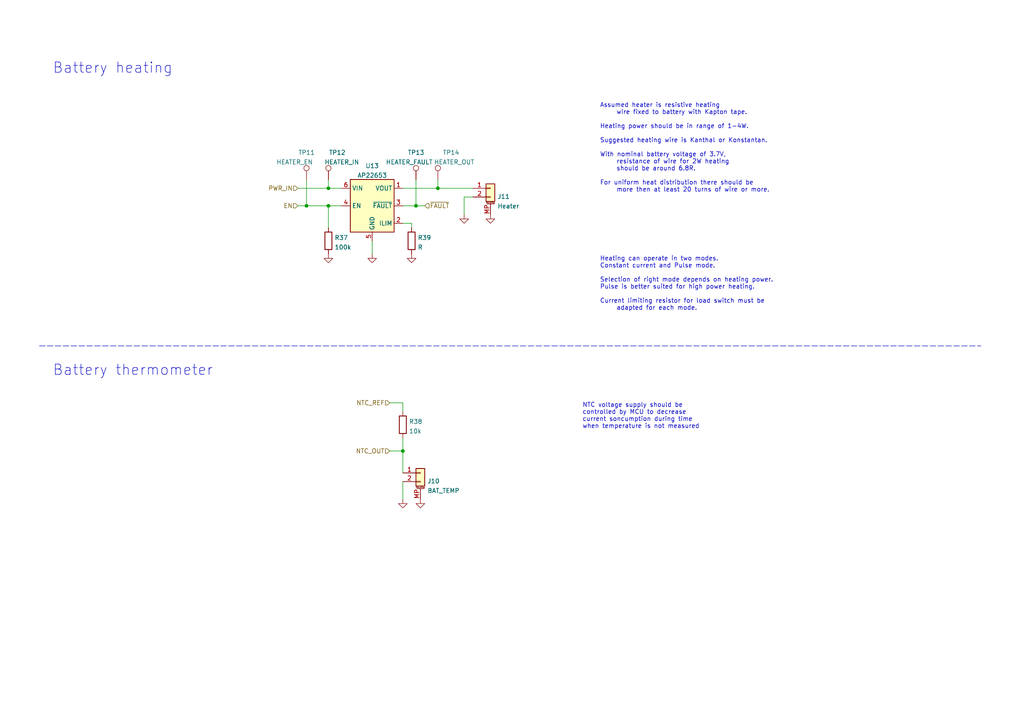
<source format=kicad_sch>
(kicad_sch (version 20210621) (generator eeschema)
  (paper "A4")
  (title_block (title "BUTCube - EPS") (date "2021-06-01") (rev "v1.0") (company "VUT - FIT(STRaDe) & FME(IAE & IPE)") (comment 1 "Author: Petr Malaník"))
  (lib_symbols
    (symbol "Connector:TestPoint" (pin_numbers hide) (pin_names (offset 0.762) hide)
      (property "Reference" "TP" (at 0 6.858 0))
      (property "Value" "TestPoint" (at 0 5.08 0))
      (symbol "TestPoint_0_1"
        (circle (center 0 3.302) (radius 0.762))
      )
      (symbol "TestPoint_1_1"
        (pin passive line (at 0 0 90) (length 2.54) (name "1") (number "1"))
      )
    )
    (symbol "Connector_Generic_MountingPin:Conn_01x02_MountingPin" (pin_names (offset 1.016) hide)
      (property "Reference" "J" (at 0 2.54 0))
      (property "Value" "Conn_01x02_MountingPin" (at 1.27 -5.08 0))
      (symbol "Conn_01x02_MountingPin_1_1"
        (text "Mounting" (at 0 -4.191 0) (effects (font (size 0.381 0.381))))
        (rectangle (start -1.27 -2.413) (end 0 -2.667) (stroke (width 0.1524)))
        (rectangle (start -1.27 0.127) (end 0 -0.127) (stroke (width 0.1524)))
        (rectangle (start -1.27 1.27) (end 1.27 -3.81) (stroke (width 0.254)) (fill (type background)))
        (polyline (pts (xy -1.016 -4.572) (xy 1.016 -4.572)) (stroke (width 0.1524)))
        (pin passive line (at -5.08 0 0) (length 3.81) (name "Pin_1") (number "1"))
        (pin passive line (at -5.08 -2.54 0) (length 3.81) (name "Pin_2") (number "2"))
        (pin passive line (at 0 -7.62 90) (length 3.048) (name "MountPin") (number "MP"))
      )
    )
    (symbol "Device:R" (pin_numbers hide) (pin_names (offset 0))
      (property "Reference" "R" (at 2.032 0 90))
      (property "Value" "R" (at 0 0 90))
      (symbol "R_0_1"
        (rectangle (start -1.016 -2.54) (end 1.016 2.54) (stroke (width 0.254)))
      )
      (symbol "R_1_1"
        (pin passive line (at 0 3.81 270) (length 1.27) (name "~") (number "1"))
        (pin passive line (at 0 -3.81 90) (length 1.27) (name "~") (number "2"))
      )
    )
    (symbol "TCY_power_management:AP22653"
      (property "Reference" "U" (at 8.89 7.62 0))
      (property "Value" "AP22653" (at 0 7.62 0))
      (symbol "AP22653_0_1"
        (rectangle (start -6.35 5.08) (end 6.35 -10.16) (stroke (width 0.254)) (fill (type background)))
      )
      (symbol "AP22653_1_1"
        (pin power_out line (at 8.89 2.54 180) (length 2.54) (name "VOUT") (number "1"))
        (pin passive line (at 8.89 -7.62 180) (length 2.54) (name "ILIM") (number "2"))
        (pin output line (at 8.89 -2.54 180) (length 2.54) (name "~{FAULT}") (number "3"))
        (pin input line (at -8.89 -2.54 0) (length 2.54) (name "EN") (number "4"))
        (pin passive line (at 0 -12.7 90) (length 2.54) (name "GND") (number "5"))
        (pin power_in line (at -8.89 2.54 0) (length 2.54) (name "VIN") (number "6"))
        (pin passive line (at 0 -12.7 90) (length 2.54) hide (name "E_PAD") (number "7"))
      )
    )
    (symbol "power:GND" (power) (pin_names (offset 0))
      (property "Value" "GND" (at 0 -3.81 0))
      (symbol "GND_0_1"
        (polyline (pts (xy 0 0) (xy 0 -1.27) (xy 1.27 -1.27) (xy 0 -2.54) (xy -1.27 -1.27) (xy 0 -1.27)))
      )
      (symbol "GND_1_1"
        (pin power_in line (at 0 0 270) (length 0) hide (name "GND") (number "1"))
      )
    )
  )
  (junction (at 88.9 59.69) (diameter 0.9144))
  (junction (at 95.25 54.61) (diameter 0.9144))
  (junction (at 95.25 59.69) (diameter 0.9144))
  (junction (at 116.84 130.81) (diameter 0.9144))
  (junction (at 120.65 59.69) (diameter 0.9144))
  (junction (at 127 54.61) (diameter 0.9144))
  (wire (pts (xy 86.36 54.61) (xy 95.25 54.61)))
  (wire (pts (xy 86.36 59.69) (xy 88.9 59.69)))
  (wire (pts (xy 88.9 52.07) (xy 88.9 59.69)))
  (wire (pts (xy 88.9 59.69) (xy 95.25 59.69)))
  (wire (pts (xy 95.25 52.07) (xy 95.25 54.61)))
  (wire (pts (xy 95.25 54.61) (xy 99.06 54.61)))
  (wire (pts (xy 95.25 59.69) (xy 99.06 59.69)))
  (wire (pts (xy 95.25 66.04) (xy 95.25 59.69)))
  (wire (pts (xy 107.95 69.85) (xy 107.95 73.66)))
  (wire (pts (xy 113.03 116.84) (xy 116.84 116.84)))
  (wire (pts (xy 113.03 130.81) (xy 116.84 130.81)))
  (wire (pts (xy 116.84 54.61) (xy 127 54.61)))
  (wire (pts (xy 116.84 59.69) (xy 120.65 59.69)))
  (wire (pts (xy 116.84 64.77) (xy 119.38 64.77)))
  (wire (pts (xy 116.84 116.84) (xy 116.84 119.38)))
  (wire (pts (xy 116.84 127) (xy 116.84 130.81)))
  (wire (pts (xy 116.84 130.81) (xy 116.84 137.16)))
  (wire (pts (xy 116.84 139.7) (xy 116.84 144.78)))
  (wire (pts (xy 119.38 64.77) (xy 119.38 66.04)))
  (wire (pts (xy 120.65 52.07) (xy 120.65 59.69)))
  (wire (pts (xy 120.65 59.69) (xy 123.19 59.69)))
  (wire (pts (xy 127 52.07) (xy 127 54.61)))
  (wire (pts (xy 127 54.61) (xy 137.16 54.61)))
  (wire (pts (xy 134.62 57.15) (xy 134.62 62.23)))
  (wire (pts (xy 137.16 57.15) (xy 134.62 57.15)))
  (polyline (pts (xy 11.43 100.33) (xy 284.48 100.33)) (stroke (width 0) (type dash)))
  (text "Battery heating" (at 15.24 21.59 0) (effects (font (size 3 3)) (justify left bottom)))
  (text "Battery thermometer" (at 15.24 109.22 0) (effects (font (size 3 3)) (justify left bottom)))
  (text "NTC voltage supply should be\ncontrolled by MCU to decrease\ncurrent soncumption during time\nwhen temperature is not measured" (at 168.91 124.46 0) (effects (font (size 1.27 1.27)) (justify left bottom)))
  (text "Assumed heater is resistive heating\n	wire fixed to battery with Kapton tape.\n\nHeating power should be in range of 1-4W.\n\nSuggested heating wire is Kanthal or Konstantan.\n\nWith nominal battery voltage of 3.7V,\n	resistance of wire for 2W heating\n	should be around 6.8R.\n\nFor uniform heat distribution there should be\n	more then at least 20 turns of wire or more." (at 173.99 55.88 0) (effects (font (size 1.27 1.27)) (justify left bottom)))
  (text "Heating can operate in two modes.\nConstant current and Pulse mode.\n\nSelection of right mode depends on heating power.\nPulse is better suited for high power heating.\n\nCurrent limiting resistor for load switch must be\n	adapted for each mode." (at 173.99 90.17 0) (effects (font (size 1.27 1.27)) (justify left bottom)))
  (hierarchical_label "PWR_IN" (shape input) (at 86.36 54.61 180))
  (hierarchical_label "EN" (shape input) (at 86.36 59.69 180))
  (hierarchical_label "NTC_REF" (shape input) (at 113.03 116.84 180))
  (hierarchical_label "NTC_OUT" (shape input) (at 113.03 130.81 180))
  (hierarchical_label "~{FAULT}" (shape input) (at 123.19 59.69 0))
  (symbol (lib_id "Connector:TestPoint") (at 88.9 52.07 0)
    (property "Reference" "TP11" (at 86.4871 44.24 0) (effects (justify left)))
    (property "Value" "HEATER_EN" (at 80.1371 47.0151 0) (effects (justify left)))
    (property "Footprint" "TCY_connectors:TestPoint_Pad_D0.5mm" (effects hide))
  )
  (symbol (lib_id "Connector:TestPoint") (at 95.25 52.07 0)
    (property "Reference" "TP12" (at 95.3771 44.24 0) (effects (justify left)))
    (property "Value" "HEATER_IN" (at 94.1071 47.0151 0) (effects (justify left)))
    (property "Footprint" "TCY_connectors:TestPoint_Pad_D0.5mm" (effects hide))
  )
  (symbol (lib_id "Connector:TestPoint") (at 120.65 52.07 0)
    (property "Reference" "TP13" (at 118.2371 44.24 0) (effects (justify left)))
    (property "Value" "HEATER_FAULT" (at 111.8871 47.0151 0) (effects (justify left)))
    (property "Footprint" "TCY_connectors:TestPoint_Pad_D0.5mm" (effects hide))
  )
  (symbol (lib_id "Connector:TestPoint") (at 127 52.07 0)
    (property "Reference" "TP14" (at 128.3971 44.24 0) (effects (justify left)))
    (property "Value" "HEATER_OUT" (at 125.8571 47.0151 0) (effects (justify left)))
    (property "Footprint" "TCY_connectors:TestPoint_Pad_D0.5mm" (effects hide))
  )
  (symbol (lib_id "power:GND") (at 95.25 73.66 0)
    (property "Reference" "#PWR089" (effects hide))
    (property "Value" "GND" (effects hide))
  )
  (symbol (lib_id "power:GND") (at 107.95 73.66 0)
    (property "Reference" "#PWR0324" (effects hide))
    (property "Value" "GND" (effects hide))
  )
  (symbol (lib_id "power:GND") (at 116.84 144.78 0)
    (property "Reference" "#PWR090" (effects hide))
    (property "Value" "GND" (effects hide))
  )
  (symbol (lib_id "power:GND") (at 119.38 73.66 0)
    (property "Reference" "#PWR091" (effects hide))
    (property "Value" "GND" (effects hide))
  )
  (symbol (lib_id "power:GND") (at 121.92 144.78 0)
    (property "Reference" "#PWR092" (effects hide))
    (property "Value" "GND" (effects hide))
  )
  (symbol (lib_id "power:GND") (at 134.62 62.23 0)
    (property "Reference" "#PWR093" (effects hide))
    (property "Value" "GND" (effects hide))
  )
  (symbol (lib_id "power:GND") (at 142.24 62.23 0)
    (property "Reference" "#PWR094" (effects hide))
    (property "Value" "GND" (effects hide))
  )
  (symbol (lib_id "Device:R") (at 95.25 69.85 0)
    (property "Reference" "R37" (at 97.0281 68.9415 0) (effects (justify left)))
    (property "Value" "100k" (at 97.0281 71.7166 0) (effects (justify left)))
  )
  (symbol (lib_id "Device:R") (at 116.84 123.19 0)
    (property "Reference" "R38" (at 118.6181 122.2815 0) (effects (justify left)))
    (property "Value" "10k" (at 118.6181 125.0566 0) (effects (justify left)))
  )
  (symbol (lib_id "Device:R") (at 119.38 69.85 0)
    (property "Reference" "R39" (at 121.1581 68.9415 0) (effects (justify left)))
    (property "Value" "R" (at 121.1581 71.7166 0) (effects (justify left)))
  )
  (symbol (lib_id "Connector_Generic_MountingPin:Conn_01x02_MountingPin") (at 121.92 137.16 0)
    (property "Reference" "J10" (at 123.9521 139.5535 0) (effects (justify left)))
    (property "Value" "BAT_TEMP" (at 123.9521 142.3286 0) (effects (justify left)))
  )
  (symbol (lib_id "Connector_Generic_MountingPin:Conn_01x02_MountingPin") (at 142.24 54.61 0)
    (property "Reference" "J11" (at 144.2721 57.0035 0) (effects (justify left)))
    (property "Value" "Heater" (at 144.2721 59.7786 0) (effects (justify left)))
  )
  (symbol (lib_id "TCY_power_management:AP22653") (at 107.95 57.15 0)
    (property "Reference" "U13" (at 107.95 48.1034 0))
    (property "Value" "AP22653" (at 107.95 50.8785 0))
    (property "Footprint" "Package_DFN_QFN:DFN-6-1EP_2x2mm_P0.65mm_EP1x1.6mm" (effects hide))
    (property "Datasheet" "https://www.diodes.com/assets/Datasheets/AP22652_53_52A_53A.pdf" (effects hide))
  )
)
</source>
